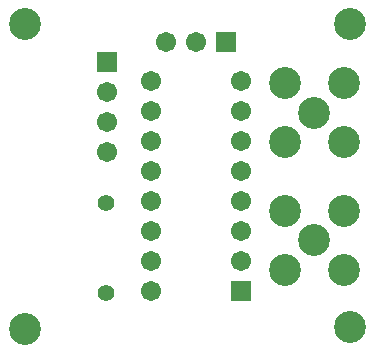
<source format=gbs>
G04*
G04 #@! TF.GenerationSoftware,Altium Limited,Altium Designer,20.0.2 (26)*
G04*
G04 Layer_Color=16711935*
%FSLAX25Y25*%
%MOIN*%
G70*
G01*
G75*
%ADD12C,0.10642*%
%ADD13C,0.05524*%
%ADD14R,0.06706X0.06706*%
%ADD15C,0.06706*%
%ADD16C,0.06706*%
%ADD17R,0.06706X0.06706*%
%ADD18R,0.06706X0.06706*%
D12*
X374158Y252343D02*
D03*
X393843D02*
D03*
Y232658D02*
D03*
X374158D02*
D03*
X384000Y242500D02*
D03*
X393843Y275157D02*
D03*
X374158D02*
D03*
Y294843D02*
D03*
X393843D02*
D03*
X384000Y285000D02*
D03*
X396000Y213500D02*
D03*
Y314500D02*
D03*
X287500D02*
D03*
Y213000D02*
D03*
D13*
X314500Y225000D02*
D03*
Y255000D02*
D03*
D14*
X359500Y225500D02*
D03*
D15*
Y235500D02*
D03*
Y245500D02*
D03*
Y255500D02*
D03*
Y265500D02*
D03*
Y275500D02*
D03*
Y285500D02*
D03*
Y295500D02*
D03*
X329500Y225500D02*
D03*
Y235500D02*
D03*
Y245500D02*
D03*
Y255500D02*
D03*
Y265500D02*
D03*
Y275500D02*
D03*
Y285500D02*
D03*
Y295500D02*
D03*
D16*
X315000Y272000D02*
D03*
Y282000D02*
D03*
Y292000D02*
D03*
X334500Y308500D02*
D03*
X344500D02*
D03*
D17*
X315000Y302000D02*
D03*
D18*
X354500Y308500D02*
D03*
M02*

</source>
